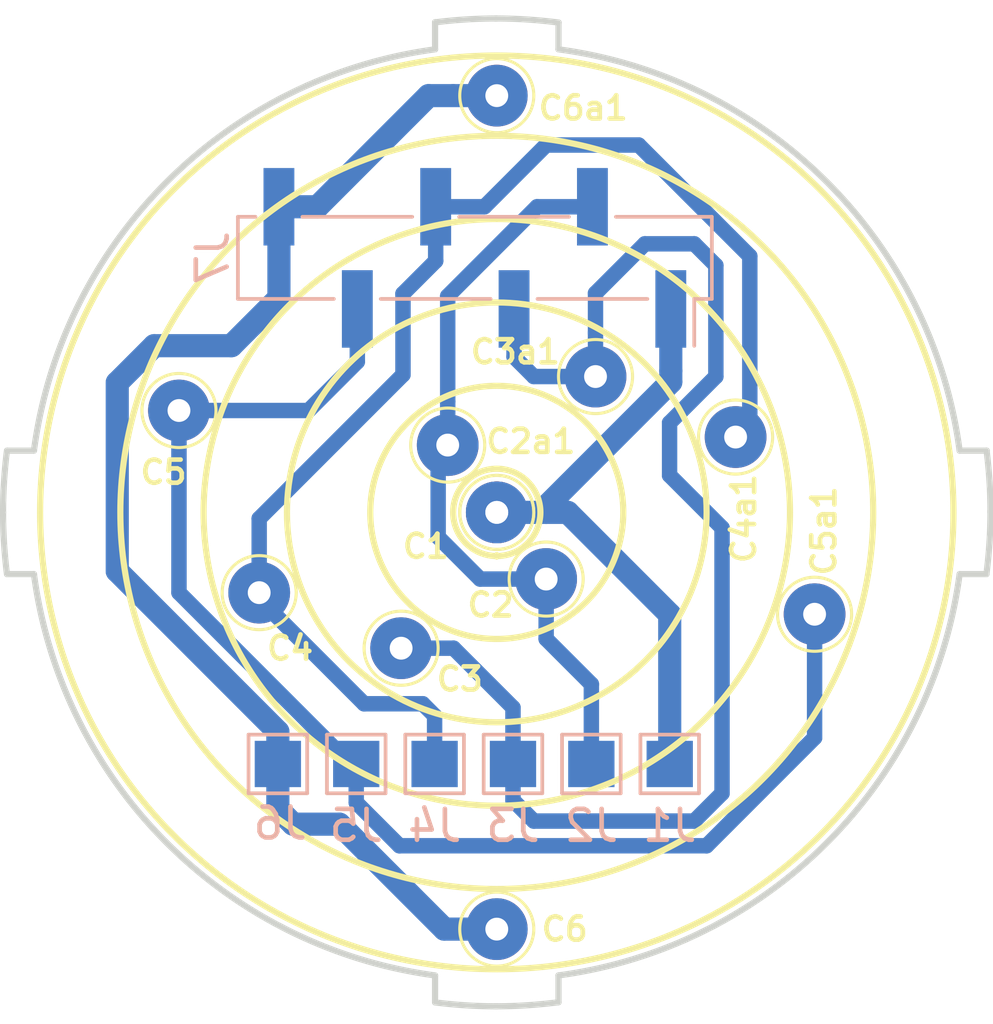
<source format=kicad_pcb>
(kicad_pcb (version 20171130) (host pcbnew "(5.0.0)")

  (general
    (thickness 1.6)
    (drawings 26)
    (tracks 84)
    (zones 0)
    (modules 19)
    (nets 7)
  )

  (page A4)
  (layers
    (0 F.Cu signal)
    (31 B.Cu signal)
    (32 B.Adhes user)
    (33 F.Adhes user)
    (34 B.Paste user)
    (35 F.Paste user)
    (36 B.SilkS user)
    (37 F.SilkS user)
    (38 B.Mask user)
    (39 F.Mask user)
    (40 Dwgs.User user)
    (41 Cmts.User user)
    (42 Eco1.User user)
    (43 Eco2.User user)
    (44 Edge.Cuts user)
    (45 Margin user)
    (46 B.CrtYd user)
    (47 F.CrtYd user)
    (48 B.Fab user)
    (49 F.Fab user)
  )

  (setup
    (last_trace_width 0.5)
    (user_trace_width 0.5)
    (user_trace_width 0.75)
    (trace_clearance 0.2)
    (zone_clearance 0.508)
    (zone_45_only no)
    (trace_min 0.2)
    (segment_width 0.2)
    (edge_width 0.2)
    (via_size 0.8)
    (via_drill 0.4)
    (via_min_size 0.4)
    (via_min_drill 0.3)
    (uvia_size 0.3)
    (uvia_drill 0.1)
    (uvias_allowed no)
    (uvia_min_size 0.2)
    (uvia_min_drill 0.1)
    (pcb_text_width 0.3)
    (pcb_text_size 1.5 1.5)
    (mod_edge_width 0.15)
    (mod_text_size 1 1)
    (mod_text_width 0.15)
    (pad_size 1.524 1.524)
    (pad_drill 0.762)
    (pad_to_mask_clearance 0.2)
    (aux_axis_origin 0 0)
    (visible_elements 7FFFFFFF)
    (pcbplotparams
      (layerselection 0x010fc_ffffffff)
      (usegerberextensions false)
      (usegerberattributes false)
      (usegerberadvancedattributes false)
      (creategerberjobfile false)
      (excludeedgelayer true)
      (linewidth 0.100000)
      (plotframeref false)
      (viasonmask false)
      (mode 1)
      (useauxorigin false)
      (hpglpennumber 1)
      (hpglpenspeed 20)
      (hpglpendiameter 15.000000)
      (psnegative false)
      (psa4output false)
      (plotreference true)
      (plotvalue true)
      (plotinvisibletext false)
      (padsonsilk false)
      (subtractmaskfromsilk false)
      (outputformat 1)
      (mirror false)
      (drillshape 1)
      (scaleselection 1)
      (outputdirectory ""))
  )

  (net 0 "")
  (net 1 "Net-(C1-Pad1)")
  (net 2 "Net-(C2-Pad1)")
  (net 3 "Net-(C3-Pad1)")
  (net 4 "Net-(C4-Pad1)")
  (net 5 "Net-(C5-Pad1)")
  (net 6 "Net-(C6-Pad1)")

  (net_class Default "This is the default net class."
    (clearance 0.2)
    (trace_width 0.25)
    (via_dia 0.8)
    (via_drill 0.4)
    (uvia_dia 0.3)
    (uvia_drill 0.1)
    (add_net "Net-(C1-Pad1)")
    (add_net "Net-(C2-Pad1)")
    (add_net "Net-(C3-Pad1)")
    (add_net "Net-(C4-Pad1)")
    (add_net "Net-(C5-Pad1)")
    (add_net "Net-(C6-Pad1)")
  )

  (module azure-test:Mill-Max_1.83_D0.74 (layer F.Cu) (tedit 5B9C837A) (tstamp 5B989580)
    (at 120.2 102.7)
    (descr "wire loop with bead as test point, loop diameter 1.8mm, hole diameter 1.0mm")
    (tags "test point wire loop bead")
    (path /5B8D8442)
    (fp_text reference C5 (at -0.5 2) (layer F.SilkS)
      (effects (font (size 0.75 0.75) (thickness 0.15)))
    )
    (fp_text value Conn_01x01 (at 0 -2.25) (layer F.Fab)
      (effects (font (size 1 1) (thickness 0.15)))
    )
    (fp_circle (center 0 0) (end 1.5 0) (layer F.CrtYd) (width 0.05))
    (fp_circle (center 0 0) (end 1.2 0) (layer F.SilkS) (width 0.1))
    (fp_line (start -0.9 -0.2) (end 0.9 -0.2) (layer F.Fab) (width 0.12))
    (fp_line (start 0.9 -0.2) (end 0.9 0.2) (layer F.Fab) (width 0.12))
    (fp_line (start 0.9 0.2) (end -0.9 0.2) (layer F.Fab) (width 0.12))
    (fp_line (start -0.9 0.2) (end -0.9 -0.2) (layer F.Fab) (width 0.12))
    (fp_circle (center 0 0) (end 1.1 0) (layer F.Fab) (width 0.1))
    (fp_text user %R (at 0 2.25) (layer F.Fab)
      (effects (font (size 1 1) (thickness 0.15)))
    )
    (pad 1 thru_hole circle (at 0 0) (size 2 2) (drill 0.74) (layers *.Cu *.Mask)
      (net 5 "Net-(C5-Pad1)"))
    (model ${KISYS3DMOD}/TestPoint.3dshapes/TestPoint_Loop_D1.80mm_Drill1.0mm_Beaded.wrl
      (at (xyz 0 0 0))
      (scale (xyz 1 1 1))
      (rotate (xyz 0 0 0))
    )
  )

  (module azure-test:Mill-Max_1.83_D0.74 (layer F.Cu) (tedit 5B9C85CB) (tstamp 5B98954C)
    (at 130.5 106)
    (descr "wire loop with bead as test point, loop diameter 1.8mm, hole diameter 1.0mm")
    (tags "test point wire loop bead")
    (path /5B8D8348)
    (fp_text reference C1 (at -2.3 1.1) (layer F.SilkS)
      (effects (font (size 0.75 0.75) (thickness 0.15)))
    )
    (fp_text value Conn_01x01 (at 0 -2.25) (layer F.Fab)
      (effects (font (size 1 1) (thickness 0.15)))
    )
    (fp_text user %R (at 0 2.25) (layer F.Fab)
      (effects (font (size 1 1) (thickness 0.15)))
    )
    (fp_circle (center 0 0) (end 1.1 0) (layer F.Fab) (width 0.1))
    (fp_line (start -0.9 0.2) (end -0.9 -0.2) (layer F.Fab) (width 0.12))
    (fp_line (start 0.9 0.2) (end -0.9 0.2) (layer F.Fab) (width 0.12))
    (fp_line (start 0.9 -0.2) (end 0.9 0.2) (layer F.Fab) (width 0.12))
    (fp_line (start -0.9 -0.2) (end 0.9 -0.2) (layer F.Fab) (width 0.12))
    (fp_circle (center 0 0) (end 1.2 0) (layer F.SilkS) (width 0.1))
    (fp_circle (center 0 0) (end 1.5 0) (layer F.CrtYd) (width 0.05))
    (pad 1 thru_hole circle (at 0 0) (size 2 2) (drill 0.74) (layers *.Cu *.Mask)
      (net 1 "Net-(C1-Pad1)"))
    (model ${KISYS3DMOD}/TestPoint.3dshapes/TestPoint_Loop_D1.80mm_Drill1.0mm_Beaded.wrl
      (at (xyz 0 0 0))
      (scale (xyz 1 1 1))
      (rotate (xyz 0 0 0))
    )
  )

  (module azure-test:Mill-Max_1.83_D0.74 (layer F.Cu) (tedit 5B9C86AE) (tstamp 5B98958D)
    (at 130.5 119.5)
    (descr "wire loop with bead as test point, loop diameter 1.8mm, hole diameter 1.0mm")
    (tags "test point wire loop bead")
    (path /5B8D8465)
    (fp_text reference C6 (at 2.2 0) (layer F.SilkS)
      (effects (font (size 0.75 0.75) (thickness 0.15)))
    )
    (fp_text value Conn_01x01 (at 0 -2.25) (layer F.Fab)
      (effects (font (size 1 1) (thickness 0.15)))
    )
    (fp_circle (center 0 0) (end 1.5 0) (layer F.CrtYd) (width 0.05))
    (fp_circle (center 0 0) (end 1.2 0) (layer F.SilkS) (width 0.1))
    (fp_line (start -0.9 -0.2) (end 0.9 -0.2) (layer F.Fab) (width 0.12))
    (fp_line (start 0.9 -0.2) (end 0.9 0.2) (layer F.Fab) (width 0.12))
    (fp_line (start 0.9 0.2) (end -0.9 0.2) (layer F.Fab) (width 0.12))
    (fp_line (start -0.9 0.2) (end -0.9 -0.2) (layer F.Fab) (width 0.12))
    (fp_circle (center 0 0) (end 1.1 0) (layer F.Fab) (width 0.1))
    (fp_text user %R (at 0 2.25) (layer F.Fab)
      (effects (font (size 1 1) (thickness 0.15)))
    )
    (pad 1 thru_hole circle (at 0 0) (size 2 2) (drill 0.74) (layers *.Cu *.Mask)
      (net 6 "Net-(C6-Pad1)"))
    (model ${KISYS3DMOD}/TestPoint.3dshapes/TestPoint_Loop_D1.80mm_Drill1.0mm_Beaded.wrl
      (at (xyz 0 0 0))
      (scale (xyz 1 1 1))
      (rotate (xyz 0 0 0))
    )
  )

  (module azure-test:Mill-Max_1.83_D0.74 (layer F.Cu) (tedit 5B9C85C1) (tstamp 5B989559)
    (at 132.1 108.16)
    (descr "wire loop with bead as test point, loop diameter 1.8mm, hole diameter 1.0mm")
    (tags "test point wire loop bead")
    (path /5B8D83C6)
    (fp_text reference C2 (at -1.8 0.84) (layer F.SilkS)
      (effects (font (size 0.75 0.75) (thickness 0.15)))
    )
    (fp_text value Conn_01x01 (at 0 -2.25) (layer F.Fab)
      (effects (font (size 1 1) (thickness 0.15)))
    )
    (fp_circle (center 0 0) (end 1.5 0) (layer F.CrtYd) (width 0.05))
    (fp_circle (center 0 0) (end 1.2 0) (layer F.SilkS) (width 0.1))
    (fp_line (start -0.9 -0.2) (end 0.9 -0.2) (layer F.Fab) (width 0.12))
    (fp_line (start 0.9 -0.2) (end 0.9 0.2) (layer F.Fab) (width 0.12))
    (fp_line (start 0.9 0.2) (end -0.9 0.2) (layer F.Fab) (width 0.12))
    (fp_line (start -0.9 0.2) (end -0.9 -0.2) (layer F.Fab) (width 0.12))
    (fp_circle (center 0 0) (end 1.1 0) (layer F.Fab) (width 0.1))
    (fp_text user %R (at 0 2.25) (layer F.Fab)
      (effects (font (size 1 1) (thickness 0.15)))
    )
    (pad 1 thru_hole circle (at 0 0) (size 2 2) (drill 0.74) (layers *.Cu *.Mask)
      (net 2 "Net-(C2-Pad1)"))
    (model ${KISYS3DMOD}/TestPoint.3dshapes/TestPoint_Loop_D1.80mm_Drill1.0mm_Beaded.wrl
      (at (xyz 0 0 0))
      (scale (xyz 1 1 1))
      (rotate (xyz 0 0 0))
    )
  )

  (module azure-test:Mill-Max_1.83_D0.74 (layer F.Cu) (tedit 5B9C8389) (tstamp 5B98A87D)
    (at 122.8 108.6)
    (descr "wire loop with bead as test point, loop diameter 1.8mm, hole diameter 1.0mm")
    (tags "test point wire loop bead")
    (path /5B8D841D)
    (fp_text reference C4 (at 1 1.8) (layer F.SilkS)
      (effects (font (size 0.75 0.75) (thickness 0.15)))
    )
    (fp_text value Conn_01x01 (at 0 -2.25) (layer F.Fab)
      (effects (font (size 1 1) (thickness 0.15)))
    )
    (fp_text user %R (at 0 2.25) (layer F.Fab)
      (effects (font (size 1 1) (thickness 0.15)))
    )
    (fp_circle (center 0 0) (end 1.1 0) (layer F.Fab) (width 0.1))
    (fp_line (start -0.9 0.2) (end -0.9 -0.2) (layer F.Fab) (width 0.12))
    (fp_line (start 0.9 0.2) (end -0.9 0.2) (layer F.Fab) (width 0.12))
    (fp_line (start 0.9 -0.2) (end 0.9 0.2) (layer F.Fab) (width 0.12))
    (fp_line (start -0.9 -0.2) (end 0.9 -0.2) (layer F.Fab) (width 0.12))
    (fp_circle (center 0 0) (end 1.2 0) (layer F.SilkS) (width 0.1))
    (fp_circle (center 0 0) (end 1.5 0) (layer F.CrtYd) (width 0.05))
    (pad 1 thru_hole circle (at 0 0) (size 2 2) (drill 0.74) (layers *.Cu *.Mask)
      (net 4 "Net-(C4-Pad1)"))
    (model ${KISYS3DMOD}/TestPoint.3dshapes/TestPoint_Loop_D1.80mm_Drill1.0mm_Beaded.wrl
      (at (xyz 0 0 0))
      (scale (xyz 1 1 1))
      (rotate (xyz 0 0 0))
    )
  )

  (module azure-test:Mill-Max_1.83_D0.74 (layer F.Cu) (tedit 5B9C839B) (tstamp 5B989566)
    (at 127.4 110.4)
    (descr "wire loop with bead as test point, loop diameter 1.8mm, hole diameter 1.0mm")
    (tags "test point wire loop bead")
    (path /5B8D83EE)
    (fp_text reference C3 (at 1.9 1) (layer F.SilkS)
      (effects (font (size 0.75 0.75) (thickness 0.15)))
    )
    (fp_text value Conn_01x01 (at 0 -2.25) (layer F.Fab)
      (effects (font (size 1 1) (thickness 0.15)))
    )
    (fp_circle (center 0 0) (end 1.5 0) (layer F.CrtYd) (width 0.05))
    (fp_circle (center 0 0) (end 1.2 0) (layer F.SilkS) (width 0.1))
    (fp_line (start -0.9 -0.2) (end 0.9 -0.2) (layer F.Fab) (width 0.12))
    (fp_line (start 0.9 -0.2) (end 0.9 0.2) (layer F.Fab) (width 0.12))
    (fp_line (start 0.9 0.2) (end -0.9 0.2) (layer F.Fab) (width 0.12))
    (fp_line (start -0.9 0.2) (end -0.9 -0.2) (layer F.Fab) (width 0.12))
    (fp_circle (center 0 0) (end 1.1 0) (layer F.Fab) (width 0.1))
    (fp_text user %R (at 0 2.25) (layer F.Fab)
      (effects (font (size 1 1) (thickness 0.15)))
    )
    (pad 1 thru_hole circle (at 0 0) (size 2 2) (drill 0.74) (layers *.Cu *.Mask)
      (net 3 "Net-(C3-Pad1)"))
    (model ${KISYS3DMOD}/TestPoint.3dshapes/TestPoint_Loop_D1.80mm_Drill1.0mm_Beaded.wrl
      (at (xyz 0 0 0))
      (scale (xyz 1 1 1))
      (rotate (xyz 0 0 0))
    )
  )

  (module Connector_PinHeader_2.54mm:PinHeader_1x06_P2.54mm_Vertical_SMD_Pin1Left (layer B.Cu) (tedit 59FED5CC) (tstamp 5B989E9B)
    (at 129.79 97.755 90)
    (descr "surface-mounted straight pin header, 1x06, 2.54mm pitch, single row, style 1 (pin 1 left)")
    (tags "Surface mounted pin header SMD 1x06 2.54mm single row style1 pin1 left")
    (path /5B956BE5)
    (attr smd)
    (fp_text reference J7 (at 0 -8.5 -90) (layer B.SilkS)
      (effects (font (size 1 1) (thickness 0.15)) (justify mirror))
    )
    (fp_text value Conn_01x06_Male (at 0 -8.68 90) (layer B.Fab)
      (effects (font (size 1 1) (thickness 0.15)) (justify mirror))
    )
    (fp_text user %R (at 0 0) (layer B.Fab)
      (effects (font (size 1 1) (thickness 0.15)) (justify mirror))
    )
    (fp_line (start 3.45 8.15) (end -3.45 8.15) (layer B.CrtYd) (width 0.05))
    (fp_line (start 3.45 -8.15) (end 3.45 8.15) (layer B.CrtYd) (width 0.05))
    (fp_line (start -3.45 -8.15) (end 3.45 -8.15) (layer B.CrtYd) (width 0.05))
    (fp_line (start -3.45 8.15) (end -3.45 -8.15) (layer B.CrtYd) (width 0.05))
    (fp_line (start -1.33 -4.57) (end -1.33 -7.68) (layer B.SilkS) (width 0.12))
    (fp_line (start -1.33 0.51) (end -1.33 -3.05) (layer B.SilkS) (width 0.12))
    (fp_line (start -1.33 5.59) (end -1.33 2.03) (layer B.SilkS) (width 0.12))
    (fp_line (start 1.33 -2.03) (end 1.33 -5.59) (layer B.SilkS) (width 0.12))
    (fp_line (start 1.33 3.05) (end 1.33 -0.51) (layer B.SilkS) (width 0.12))
    (fp_line (start 1.33 -7.11) (end 1.33 -7.68) (layer B.SilkS) (width 0.12))
    (fp_line (start -1.33 7.68) (end -1.33 7.11) (layer B.SilkS) (width 0.12))
    (fp_line (start -1.33 7.11) (end -2.85 7.11) (layer B.SilkS) (width 0.12))
    (fp_line (start 1.33 7.68) (end 1.33 4.57) (layer B.SilkS) (width 0.12))
    (fp_line (start -1.33 -7.68) (end 1.33 -7.68) (layer B.SilkS) (width 0.12))
    (fp_line (start -1.33 7.68) (end 1.33 7.68) (layer B.SilkS) (width 0.12))
    (fp_line (start 2.54 -6.67) (end 1.27 -6.67) (layer B.Fab) (width 0.1))
    (fp_line (start 2.54 -6.03) (end 2.54 -6.67) (layer B.Fab) (width 0.1))
    (fp_line (start 1.27 -6.03) (end 2.54 -6.03) (layer B.Fab) (width 0.1))
    (fp_line (start 2.54 -1.59) (end 1.27 -1.59) (layer B.Fab) (width 0.1))
    (fp_line (start 2.54 -0.95) (end 2.54 -1.59) (layer B.Fab) (width 0.1))
    (fp_line (start 1.27 -0.95) (end 2.54 -0.95) (layer B.Fab) (width 0.1))
    (fp_line (start 2.54 3.49) (end 1.27 3.49) (layer B.Fab) (width 0.1))
    (fp_line (start 2.54 4.13) (end 2.54 3.49) (layer B.Fab) (width 0.1))
    (fp_line (start 1.27 4.13) (end 2.54 4.13) (layer B.Fab) (width 0.1))
    (fp_line (start -2.54 -4.13) (end -1.27 -4.13) (layer B.Fab) (width 0.1))
    (fp_line (start -2.54 -3.49) (end -2.54 -4.13) (layer B.Fab) (width 0.1))
    (fp_line (start -1.27 -3.49) (end -2.54 -3.49) (layer B.Fab) (width 0.1))
    (fp_line (start -2.54 0.95) (end -1.27 0.95) (layer B.Fab) (width 0.1))
    (fp_line (start -2.54 1.59) (end -2.54 0.95) (layer B.Fab) (width 0.1))
    (fp_line (start -1.27 1.59) (end -2.54 1.59) (layer B.Fab) (width 0.1))
    (fp_line (start -2.54 6.03) (end -1.27 6.03) (layer B.Fab) (width 0.1))
    (fp_line (start -2.54 6.67) (end -2.54 6.03) (layer B.Fab) (width 0.1))
    (fp_line (start -1.27 6.67) (end -2.54 6.67) (layer B.Fab) (width 0.1))
    (fp_line (start 1.27 7.62) (end 1.27 -7.62) (layer B.Fab) (width 0.1))
    (fp_line (start -1.27 6.67) (end -0.32 7.62) (layer B.Fab) (width 0.1))
    (fp_line (start -1.27 -7.62) (end -1.27 6.67) (layer B.Fab) (width 0.1))
    (fp_line (start -0.32 7.62) (end 1.27 7.62) (layer B.Fab) (width 0.1))
    (fp_line (start 1.27 -7.62) (end -1.27 -7.62) (layer B.Fab) (width 0.1))
    (pad 6 smd rect (at 1.655 -6.35 90) (size 2.51 1) (layers B.Cu B.Paste B.Mask)
      (net 6 "Net-(C6-Pad1)"))
    (pad 4 smd rect (at 1.655 -1.27 90) (size 2.51 1) (layers B.Cu B.Paste B.Mask)
      (net 4 "Net-(C4-Pad1)"))
    (pad 2 smd rect (at 1.655 3.81 90) (size 2.51 1) (layers B.Cu B.Paste B.Mask)
      (net 2 "Net-(C2-Pad1)"))
    (pad 5 smd rect (at -1.655 -3.81 90) (size 2.51 1) (layers B.Cu B.Paste B.Mask)
      (net 5 "Net-(C5-Pad1)"))
    (pad 3 smd rect (at -1.655 1.27 90) (size 2.51 1) (layers B.Cu B.Paste B.Mask)
      (net 3 "Net-(C3-Pad1)"))
    (pad 1 smd rect (at -1.655 6.35 90) (size 2.51 1) (layers B.Cu B.Paste B.Mask)
      (net 1 "Net-(C1-Pad1)"))
    (model ${KISYS3DMOD}/Connector_PinHeader_2.54mm.3dshapes/PinHeader_1x06_P2.54mm_Vertical_SMD_Pin1Left.wrl
      (at (xyz 0 0 0))
      (scale (xyz 1 1 1))
      (rotate (xyz 0 0 0))
    )
  )

  (module TestPoint:TestPoint_Pad_1.5x1.5mm (layer B.Cu) (tedit 5A0F774F) (tstamp 5BB4107A)
    (at 136.105 114.15 270)
    (descr "SMD rectangular pad as test Point, square 1.5mm side length")
    (tags "test point SMD pad rectangle square")
    (path /5B8D8498)
    (attr virtual)
    (fp_text reference J1 (at 2 0 180) (layer B.SilkS)
      (effects (font (size 1 1) (thickness 0.15)) (justify mirror))
    )
    (fp_text value Conn_01x01 (at 0 -1.75 270) (layer B.Fab)
      (effects (font (size 1 1) (thickness 0.15)) (justify mirror))
    )
    (fp_line (start 1.25 -1.25) (end -1.25 -1.25) (layer B.CrtYd) (width 0.05))
    (fp_line (start 1.25 -1.25) (end 1.25 1.25) (layer B.CrtYd) (width 0.05))
    (fp_line (start -1.25 1.25) (end -1.25 -1.25) (layer B.CrtYd) (width 0.05))
    (fp_line (start -1.25 1.25) (end 1.25 1.25) (layer B.CrtYd) (width 0.05))
    (fp_line (start -0.95 -0.95) (end -0.95 0.95) (layer B.SilkS) (width 0.12))
    (fp_line (start 0.95 -0.95) (end -0.95 -0.95) (layer B.SilkS) (width 0.12))
    (fp_line (start 0.95 0.95) (end 0.95 -0.95) (layer B.SilkS) (width 0.12))
    (fp_line (start -0.95 0.95) (end 0.95 0.95) (layer B.SilkS) (width 0.12))
    (fp_text user %R (at 0 1.65 270) (layer B.Fab)
      (effects (font (size 1 1) (thickness 0.15)) (justify mirror))
    )
    (pad 1 smd rect (at 0 0 270) (size 1.5 1.5) (layers B.Cu B.Mask)
      (net 1 "Net-(C1-Pad1)"))
  )

  (module TestPoint:TestPoint_Pad_1.5x1.5mm (layer B.Cu) (tedit 5A0F774F) (tstamp 5BB41088)
    (at 133.565 114.15 270)
    (descr "SMD rectangular pad as test Point, square 1.5mm side length")
    (tags "test point SMD pad rectangle square")
    (path /5B8D84B9)
    (attr virtual)
    (fp_text reference J2 (at 2 0 180) (layer B.SilkS)
      (effects (font (size 1 1) (thickness 0.15)) (justify mirror))
    )
    (fp_text value Conn_01x01 (at 0 -1.75 270) (layer B.Fab)
      (effects (font (size 1 1) (thickness 0.15)) (justify mirror))
    )
    (fp_line (start 1.25 -1.25) (end -1.25 -1.25) (layer B.CrtYd) (width 0.05))
    (fp_line (start 1.25 -1.25) (end 1.25 1.25) (layer B.CrtYd) (width 0.05))
    (fp_line (start -1.25 1.25) (end -1.25 -1.25) (layer B.CrtYd) (width 0.05))
    (fp_line (start -1.25 1.25) (end 1.25 1.25) (layer B.CrtYd) (width 0.05))
    (fp_line (start -0.95 -0.95) (end -0.95 0.95) (layer B.SilkS) (width 0.12))
    (fp_line (start 0.95 -0.95) (end -0.95 -0.95) (layer B.SilkS) (width 0.12))
    (fp_line (start 0.95 0.95) (end 0.95 -0.95) (layer B.SilkS) (width 0.12))
    (fp_line (start -0.95 0.95) (end 0.95 0.95) (layer B.SilkS) (width 0.12))
    (fp_text user %R (at 0 1.65 270) (layer B.Fab)
      (effects (font (size 1 1) (thickness 0.15)) (justify mirror))
    )
    (pad 1 smd rect (at 0 0 270) (size 1.5 1.5) (layers B.Cu B.Mask)
      (net 2 "Net-(C2-Pad1)"))
  )

  (module TestPoint:TestPoint_Pad_1.5x1.5mm (layer B.Cu) (tedit 5A0F774F) (tstamp 5BB41096)
    (at 131.025 114.15 270)
    (descr "SMD rectangular pad as test Point, square 1.5mm side length")
    (tags "test point SMD pad rectangle square")
    (path /5B8D84EA)
    (attr virtual)
    (fp_text reference J3 (at 2 0 180) (layer B.SilkS)
      (effects (font (size 1 1) (thickness 0.15)) (justify mirror))
    )
    (fp_text value Conn_01x01 (at 0 -1.75 270) (layer B.Fab)
      (effects (font (size 1 1) (thickness 0.15)) (justify mirror))
    )
    (fp_line (start 1.25 -1.25) (end -1.25 -1.25) (layer B.CrtYd) (width 0.05))
    (fp_line (start 1.25 -1.25) (end 1.25 1.25) (layer B.CrtYd) (width 0.05))
    (fp_line (start -1.25 1.25) (end -1.25 -1.25) (layer B.CrtYd) (width 0.05))
    (fp_line (start -1.25 1.25) (end 1.25 1.25) (layer B.CrtYd) (width 0.05))
    (fp_line (start -0.95 -0.95) (end -0.95 0.95) (layer B.SilkS) (width 0.12))
    (fp_line (start 0.95 -0.95) (end -0.95 -0.95) (layer B.SilkS) (width 0.12))
    (fp_line (start 0.95 0.95) (end 0.95 -0.95) (layer B.SilkS) (width 0.12))
    (fp_line (start -0.95 0.95) (end 0.95 0.95) (layer B.SilkS) (width 0.12))
    (fp_text user %R (at 0 1.65 270) (layer B.Fab)
      (effects (font (size 1 1) (thickness 0.15)) (justify mirror))
    )
    (pad 1 smd rect (at 0 0 270) (size 1.5 1.5) (layers B.Cu B.Mask)
      (net 3 "Net-(C3-Pad1)"))
  )

  (module TestPoint:TestPoint_Pad_1.5x1.5mm (layer B.Cu) (tedit 5A0F774F) (tstamp 5BB410A4)
    (at 128.485 114.15 270)
    (descr "SMD rectangular pad as test Point, square 1.5mm side length")
    (tags "test point SMD pad rectangle square")
    (path /5B8D8511)
    (attr virtual)
    (fp_text reference J4 (at 2 0 180) (layer B.SilkS)
      (effects (font (size 1 1) (thickness 0.15)) (justify mirror))
    )
    (fp_text value Conn_01x01 (at 0 -1.75 270) (layer B.Fab)
      (effects (font (size 1 1) (thickness 0.15)) (justify mirror))
    )
    (fp_line (start 1.25 -1.25) (end -1.25 -1.25) (layer B.CrtYd) (width 0.05))
    (fp_line (start 1.25 -1.25) (end 1.25 1.25) (layer B.CrtYd) (width 0.05))
    (fp_line (start -1.25 1.25) (end -1.25 -1.25) (layer B.CrtYd) (width 0.05))
    (fp_line (start -1.25 1.25) (end 1.25 1.25) (layer B.CrtYd) (width 0.05))
    (fp_line (start -0.95 -0.95) (end -0.95 0.95) (layer B.SilkS) (width 0.12))
    (fp_line (start 0.95 -0.95) (end -0.95 -0.95) (layer B.SilkS) (width 0.12))
    (fp_line (start 0.95 0.95) (end 0.95 -0.95) (layer B.SilkS) (width 0.12))
    (fp_line (start -0.95 0.95) (end 0.95 0.95) (layer B.SilkS) (width 0.12))
    (fp_text user %R (at 0 1.65 270) (layer B.Fab)
      (effects (font (size 1 1) (thickness 0.15)) (justify mirror))
    )
    (pad 1 smd rect (at 0 0 270) (size 1.5 1.5) (layers B.Cu B.Mask)
      (net 4 "Net-(C4-Pad1)"))
  )

  (module TestPoint:TestPoint_Pad_1.5x1.5mm (layer B.Cu) (tedit 5A0F774F) (tstamp 5BB410B2)
    (at 125.945 114.15 270)
    (descr "SMD rectangular pad as test Point, square 1.5mm side length")
    (tags "test point SMD pad rectangle square")
    (path /5B8D8536)
    (attr virtual)
    (fp_text reference J5 (at 2 0 180) (layer B.SilkS)
      (effects (font (size 1 1) (thickness 0.15)) (justify mirror))
    )
    (fp_text value Conn_01x01 (at 0 -1.75 270) (layer B.Fab)
      (effects (font (size 1 1) (thickness 0.15)) (justify mirror))
    )
    (fp_line (start 1.25 -1.25) (end -1.25 -1.25) (layer B.CrtYd) (width 0.05))
    (fp_line (start 1.25 -1.25) (end 1.25 1.25) (layer B.CrtYd) (width 0.05))
    (fp_line (start -1.25 1.25) (end -1.25 -1.25) (layer B.CrtYd) (width 0.05))
    (fp_line (start -1.25 1.25) (end 1.25 1.25) (layer B.CrtYd) (width 0.05))
    (fp_line (start -0.95 -0.95) (end -0.95 0.95) (layer B.SilkS) (width 0.12))
    (fp_line (start 0.95 -0.95) (end -0.95 -0.95) (layer B.SilkS) (width 0.12))
    (fp_line (start 0.95 0.95) (end 0.95 -0.95) (layer B.SilkS) (width 0.12))
    (fp_line (start -0.95 0.95) (end 0.95 0.95) (layer B.SilkS) (width 0.12))
    (fp_text user %R (at 0 1.65 270) (layer B.Fab)
      (effects (font (size 1 1) (thickness 0.15)) (justify mirror))
    )
    (pad 1 smd rect (at 0 0 270) (size 1.5 1.5) (layers B.Cu B.Mask)
      (net 5 "Net-(C5-Pad1)"))
  )

  (module TestPoint:TestPoint_Pad_1.5x1.5mm (layer B.Cu) (tedit 5A0F774F) (tstamp 5BB4212E)
    (at 123.405 114.15 270)
    (descr "SMD rectangular pad as test Point, square 1.5mm side length")
    (tags "test point SMD pad rectangle square")
    (path /5B8D855D)
    (attr virtual)
    (fp_text reference J6 (at 1.924999 -0.074999 180) (layer B.SilkS)
      (effects (font (size 1 1) (thickness 0.15)) (justify mirror))
    )
    (fp_text value Conn_01x01 (at 0 -1.75 270) (layer B.Fab)
      (effects (font (size 1 1) (thickness 0.15)) (justify mirror))
    )
    (fp_line (start 1.25 -1.25) (end -1.25 -1.25) (layer B.CrtYd) (width 0.05))
    (fp_line (start 1.25 -1.25) (end 1.25 1.25) (layer B.CrtYd) (width 0.05))
    (fp_line (start -1.25 1.25) (end -1.25 -1.25) (layer B.CrtYd) (width 0.05))
    (fp_line (start -1.25 1.25) (end 1.25 1.25) (layer B.CrtYd) (width 0.05))
    (fp_line (start -0.95 -0.95) (end -0.95 0.95) (layer B.SilkS) (width 0.12))
    (fp_line (start 0.95 -0.95) (end -0.95 -0.95) (layer B.SilkS) (width 0.12))
    (fp_line (start 0.95 0.95) (end 0.95 -0.95) (layer B.SilkS) (width 0.12))
    (fp_line (start -0.95 0.95) (end 0.95 0.95) (layer B.SilkS) (width 0.12))
    (fp_text user %R (at 0 1.65 270) (layer B.Fab)
      (effects (font (size 1 1) (thickness 0.15)) (justify mirror))
    )
    (pad 1 smd rect (at 0 0 270) (size 1.5 1.5) (layers B.Cu B.Mask)
      (net 6 "Net-(C6-Pad1)"))
  )

  (module azure-test:Mill-Max_1.83_D0.74 (layer F.Cu) (tedit 5B9C859D) (tstamp 5B9892E7)
    (at 130.5 106)
    (descr "wire loop with bead as test point, loop diameter 1.8mm, hole diameter 1.0mm")
    (tags "test point wire loop bead")
    (path /5B9892B5)
    (fp_text reference . (at 0 1) (layer F.SilkS)
      (effects (font (size 1 1) (thickness 0.15)))
    )
    (fp_text value Conn_01x01 (at 0 -2.25) (layer F.Fab)
      (effects (font (size 1 1) (thickness 0.15)))
    )
    (fp_text user %R (at 0 2.25) (layer F.Fab)
      (effects (font (size 1 1) (thickness 0.15)))
    )
    (fp_circle (center 0 0) (end 1.1 0) (layer F.Fab) (width 0.1))
    (fp_line (start -0.9 0.2) (end -0.9 -0.2) (layer F.Fab) (width 0.12))
    (fp_line (start 0.9 0.2) (end -0.9 0.2) (layer F.Fab) (width 0.12))
    (fp_line (start 0.9 -0.2) (end 0.9 0.2) (layer F.Fab) (width 0.12))
    (fp_line (start -0.9 -0.2) (end 0.9 -0.2) (layer F.Fab) (width 0.12))
    (fp_circle (center 0 0) (end 1.2 0) (layer F.SilkS) (width 0.1))
    (fp_circle (center 0 0) (end 1.5 0) (layer F.CrtYd) (width 0.05))
    (pad 1 thru_hole circle (at 0 0) (size 2 2) (drill 0.74) (layers *.Cu *.Mask)
      (net 1 "Net-(C1-Pad1)"))
    (model ${KISYS3DMOD}/TestPoint.3dshapes/TestPoint_Loop_D1.80mm_Drill1.0mm_Beaded.wrl
      (at (xyz 0 0 0))
      (scale (xyz 1 1 1))
      (rotate (xyz 0 0 0))
    )
  )

  (module azure-test:Mill-Max_1.83_D0.74 (layer F.Cu) (tedit 5B9C8580) (tstamp 5B989A39)
    (at 128.91 103.82)
    (descr "wire loop with bead as test point, loop diameter 1.8mm, hole diameter 1.0mm")
    (tags "test point wire loop bead")
    (path /5B98935D)
    (fp_text reference C2a1 (at 2.69 -0.12 180) (layer F.SilkS)
      (effects (font (size 0.75 0.75) (thickness 0.15)))
    )
    (fp_text value Conn_01x01 (at 0 -2.25) (layer F.Fab)
      (effects (font (size 1 1) (thickness 0.15)))
    )
    (fp_circle (center 0 0) (end 1.5 0) (layer F.CrtYd) (width 0.05))
    (fp_circle (center 0 0) (end 1.2 0) (layer F.SilkS) (width 0.1))
    (fp_line (start -0.9 -0.2) (end 0.9 -0.2) (layer F.Fab) (width 0.12))
    (fp_line (start 0.9 -0.2) (end 0.9 0.2) (layer F.Fab) (width 0.12))
    (fp_line (start 0.9 0.2) (end -0.9 0.2) (layer F.Fab) (width 0.12))
    (fp_line (start -0.9 0.2) (end -0.9 -0.2) (layer F.Fab) (width 0.12))
    (fp_circle (center 0 0) (end 1.1 0) (layer F.Fab) (width 0.1))
    (fp_text user %R (at 0 2.25) (layer F.Fab)
      (effects (font (size 1 1) (thickness 0.15)))
    )
    (pad 1 thru_hole circle (at 0 0) (size 2 2) (drill 0.74) (layers *.Cu *.Mask)
      (net 2 "Net-(C2-Pad1)"))
    (model ${KISYS3DMOD}/TestPoint.3dshapes/TestPoint_Loop_D1.80mm_Drill1.0mm_Beaded.wrl
      (at (xyz 0 0 0))
      (scale (xyz 1 1 1))
      (rotate (xyz 0 0 0))
    )
  )

  (module azure-test:Mill-Max_1.83_D0.74 (layer F.Cu) (tedit 5B9C867E) (tstamp 5B989301)
    (at 133.7 101.6)
    (descr "wire loop with bead as test point, loop diameter 1.8mm, hole diameter 1.0mm")
    (tags "test point wire loop bead")
    (path /5B98946B)
    (fp_text reference C3a1 (at -2.6 -0.8) (layer F.SilkS)
      (effects (font (size 0.75 0.75) (thickness 0.15)))
    )
    (fp_text value Conn_01x01 (at 0 -2.25) (layer F.Fab)
      (effects (font (size 1 1) (thickness 0.15)))
    )
    (fp_text user %R (at 0 2.25) (layer F.Fab)
      (effects (font (size 1 1) (thickness 0.15)))
    )
    (fp_circle (center 0 0) (end 1.1 0) (layer F.Fab) (width 0.1))
    (fp_line (start -0.9 0.2) (end -0.9 -0.2) (layer F.Fab) (width 0.12))
    (fp_line (start 0.9 0.2) (end -0.9 0.2) (layer F.Fab) (width 0.12))
    (fp_line (start 0.9 -0.2) (end 0.9 0.2) (layer F.Fab) (width 0.12))
    (fp_line (start -0.9 -0.2) (end 0.9 -0.2) (layer F.Fab) (width 0.12))
    (fp_circle (center 0 0) (end 1.2 0) (layer F.SilkS) (width 0.1))
    (fp_circle (center 0 0) (end 1.5 0) (layer F.CrtYd) (width 0.05))
    (pad 1 thru_hole circle (at 0 0) (size 2 2) (drill 0.74) (layers *.Cu *.Mask)
      (net 3 "Net-(C3-Pad1)"))
    (model ${KISYS3DMOD}/TestPoint.3dshapes/TestPoint_Loop_D1.80mm_Drill1.0mm_Beaded.wrl
      (at (xyz 0 0 0))
      (scale (xyz 1 1 1))
      (rotate (xyz 0 0 0))
    )
  )

  (module azure-test:Mill-Max_1.83_D0.74 (layer F.Cu) (tedit 5B9C868B) (tstamp 5B98A0E0)
    (at 138.24 103.56)
    (descr "wire loop with bead as test point, loop diameter 1.8mm, hole diameter 1.0mm")
    (tags "test point wire loop bead")
    (path /5B9894B1)
    (fp_text reference C4a1 (at 0.26 2.64 270) (layer F.SilkS)
      (effects (font (size 0.75 0.75) (thickness 0.15)))
    )
    (fp_text value Conn_01x01 (at 0 -2.25) (layer F.Fab)
      (effects (font (size 1 1) (thickness 0.15)))
    )
    (fp_circle (center 0 0) (end 1.5 0) (layer F.CrtYd) (width 0.05))
    (fp_circle (center 0 0) (end 1.2 0) (layer F.SilkS) (width 0.1))
    (fp_line (start -0.9 -0.2) (end 0.9 -0.2) (layer F.Fab) (width 0.12))
    (fp_line (start 0.9 -0.2) (end 0.9 0.2) (layer F.Fab) (width 0.12))
    (fp_line (start 0.9 0.2) (end -0.9 0.2) (layer F.Fab) (width 0.12))
    (fp_line (start -0.9 0.2) (end -0.9 -0.2) (layer F.Fab) (width 0.12))
    (fp_circle (center 0 0) (end 1.1 0) (layer F.Fab) (width 0.1))
    (fp_text user %R (at 0 2.25) (layer F.Fab)
      (effects (font (size 1 1) (thickness 0.15)))
    )
    (pad 1 thru_hole circle (at 0 0) (size 2 2) (drill 0.74) (layers *.Cu *.Mask)
      (net 4 "Net-(C4-Pad1)"))
    (model ${KISYS3DMOD}/TestPoint.3dshapes/TestPoint_Loop_D1.80mm_Drill1.0mm_Beaded.wrl
      (at (xyz 0 0 0))
      (scale (xyz 1 1 1))
      (rotate (xyz 0 0 0))
    )
  )

  (module azure-test:Mill-Max_1.83_D0.74 (layer F.Cu) (tedit 5B9C869B) (tstamp 5B98931B)
    (at 140.8 109.3)
    (descr "wire loop with bead as test point, loop diameter 1.8mm, hole diameter 1.0mm")
    (tags "test point wire loop bead")
    (path /5B9894F9)
    (fp_text reference C5a1 (at 0.3 -2.7 90) (layer F.SilkS)
      (effects (font (size 0.75 0.75) (thickness 0.15)))
    )
    (fp_text value Conn_01x01 (at 0 -2.25) (layer F.Fab)
      (effects (font (size 1 1) (thickness 0.15)))
    )
    (fp_text user %R (at 0 2.25) (layer F.Fab)
      (effects (font (size 1 1) (thickness 0.15)))
    )
    (fp_circle (center 0 0) (end 1.1 0) (layer F.Fab) (width 0.1))
    (fp_line (start -0.9 0.2) (end -0.9 -0.2) (layer F.Fab) (width 0.12))
    (fp_line (start 0.9 0.2) (end -0.9 0.2) (layer F.Fab) (width 0.12))
    (fp_line (start 0.9 -0.2) (end 0.9 0.2) (layer F.Fab) (width 0.12))
    (fp_line (start -0.9 -0.2) (end 0.9 -0.2) (layer F.Fab) (width 0.12))
    (fp_circle (center 0 0) (end 1.2 0) (layer F.SilkS) (width 0.1))
    (fp_circle (center 0 0) (end 1.5 0) (layer F.CrtYd) (width 0.05))
    (pad 1 thru_hole circle (at 0 0) (size 2 2) (drill 0.74) (layers *.Cu *.Mask)
      (net 5 "Net-(C5-Pad1)"))
    (model ${KISYS3DMOD}/TestPoint.3dshapes/TestPoint_Loop_D1.80mm_Drill1.0mm_Beaded.wrl
      (at (xyz 0 0 0))
      (scale (xyz 1 1 1))
      (rotate (xyz 0 0 0))
    )
  )

  (module azure-test:Mill-Max_1.83_D0.74 (layer F.Cu) (tedit 5B9C836F) (tstamp 5B989328)
    (at 130.5 92.5)
    (descr "wire loop with bead as test point, loop diameter 1.8mm, hole diameter 1.0mm")
    (tags "test point wire loop bead")
    (path /5B98953F)
    (fp_text reference C6a1 (at 2.8 0.4) (layer F.SilkS)
      (effects (font (size 0.75 0.75) (thickness 0.15)))
    )
    (fp_text value Conn_01x01 (at 0 -2.25) (layer F.Fab)
      (effects (font (size 1 1) (thickness 0.15)))
    )
    (fp_circle (center 0 0) (end 1.5 0) (layer F.CrtYd) (width 0.05))
    (fp_circle (center 0 0) (end 1.2 0) (layer F.SilkS) (width 0.1))
    (fp_line (start -0.9 -0.2) (end 0.9 -0.2) (layer F.Fab) (width 0.12))
    (fp_line (start 0.9 -0.2) (end 0.9 0.2) (layer F.Fab) (width 0.12))
    (fp_line (start 0.9 0.2) (end -0.9 0.2) (layer F.Fab) (width 0.12))
    (fp_line (start -0.9 0.2) (end -0.9 -0.2) (layer F.Fab) (width 0.12))
    (fp_circle (center 0 0) (end 1.1 0) (layer F.Fab) (width 0.1))
    (fp_text user %R (at 0 2.25) (layer F.Fab)
      (effects (font (size 1 1) (thickness 0.15)))
    )
    (pad 1 thru_hole circle (at 0 0) (size 2 2) (drill 0.74) (layers *.Cu *.Mask)
      (net 6 "Net-(C6-Pad1)"))
    (model ${KISYS3DMOD}/TestPoint.3dshapes/TestPoint_Loop_D1.80mm_Drill1.0mm_Beaded.wrl
      (at (xyz 0 0 0))
      (scale (xyz 1 1 1))
      (rotate (xyz 0 0 0))
    )
  )

  (gr_circle (center 130.5 106) (end 145.3 105.9) (layer F.SilkS) (width 0.2))
  (gr_circle (center 130.5 106) (end 142.7 106) (layer F.SilkS) (width 0.2))
  (gr_circle (center 130.5 106) (end 140 106.2) (layer F.SilkS) (width 0.2))
  (gr_circle (center 130.5 106) (end 137.3 106) (layer F.SilkS) (width 0.2))
  (gr_circle (center 130.5 106) (end 134.6 106) (layer F.SilkS) (width 0.2))
  (gr_circle (center 130.5 106) (end 131.9 106.2) (layer F.SilkS) (width 0.2) (tstamp 5B9C865C))
  (gr_arc (start 130.5 106) (end 132.499999 120.999999) (angle -74.81071326) (layer Edge.Cuts) (width 0.2) (tstamp 5B94B110))
  (gr_arc (start 130.5 106) (end 115.500001 107.999999) (angle -74.81071326) (layer Edge.Cuts) (width 0.2) (tstamp 5B94B113))
  (gr_arc (start 130.5 106) (end 128.500001 91.000001) (angle -74.81071326) (layer Edge.Cuts) (width 0.2) (tstamp 5B94B10D))
  (gr_arc (start 130.5 106) (end 145.499999 104.000001) (angle -74.81071326) (layer Edge.Cuts) (width 0.2) (tstamp 5B94B10A))
  (gr_arc (start 130.5 105.952459) (end 146.5 105.952459) (angle 7.351663208) (layer Edge.Cuts) (width 0.2) (tstamp 5B94B1DC))
  (gr_arc (start 130.5 106) (end 114.5 106) (angle 7.182773574) (layer Edge.Cuts) (width 0.2) (tstamp 5B94B1CD))
  (gr_arc (start 130.5 106) (end 130.5 122) (angle 7.178298149) (layer Edge.Cuts) (width 0.2) (tstamp 5B94B1D0))
  (gr_arc (start 130.452459 106) (end 130.452459 90) (angle 7.37003809) (layer Edge.Cuts) (width 0.2) (tstamp 5B94B1D6))
  (gr_arc (start 130.452459 106) (end 130.452459 122) (angle -7.356248823) (layer Edge.Cuts) (width 0.2) (tstamp 5B94B1DF))
  (gr_arc (start 130.5 106) (end 130.5 90) (angle -7.182773574) (layer Edge.Cuts) (width 0.2) (tstamp 5B94B1E2))
  (gr_arc (start 130.5 106) (end 146.5 106) (angle -7.182773574) (layer Edge.Cuts) (width 0.2) (tstamp 5B94B1D3))
  (gr_arc (start 130.5 106) (end 114.5 106) (angle -7.182773574) (layer Edge.Cuts) (width 0.2) (tstamp 5B94B1D9))
  (gr_line (start 132.5 121.87) (end 132.5 121) (layer Edge.Cuts) (width 0.2) (tstamp 5B94B13D))
  (gr_line (start 128.5 121) (end 128.5 121.87) (layer Edge.Cuts) (width 0.2) (tstamp 5B94B478))
  (gr_line (start 146.37 108) (end 145.5 108) (layer Edge.Cuts) (width 0.2) (tstamp 5B94B146))
  (gr_line (start 145.5 104) (end 146.38 104) (layer Edge.Cuts) (width 0.2) (tstamp 5B94B143))
  (gr_line (start 132.5 90.13) (end 132.5 91) (layer Edge.Cuts) (width 0.2) (tstamp 5B94B140))
  (gr_line (start 128.5 91) (end 128.5 90.12) (layer Edge.Cuts) (width 0.2) (tstamp 5B94B14C))
  (gr_line (start 115.5 104) (end 114.63 104) (layer Edge.Cuts) (width 0.2) (tstamp 5B94B14F))
  (gr_line (start 114.63 108) (end 115.5 108) (layer Edge.Cuts) (width 0.2) (tstamp 5B94B152))

  (segment (start 130.5 106) (end 131.914213 106) (width 0.75) (layer B.Cu) (net 1))
  (segment (start 136.14 101.415) (end 136.14 99.41) (width 0.75) (layer B.Cu) (net 1))
  (segment (start 131.914213 106) (end 136.14 101.774213) (width 0.75) (layer B.Cu) (net 1))
  (segment (start 136.14 101.774213) (end 136.14 101.415) (width 0.75) (layer B.Cu) (net 1))
  (segment (start 132.1 106) (end 131.914213 106) (width 0.75) (layer B.Cu) (net 1))
  (segment (start 132.8 106) (end 132.1 106) (width 0.75) (layer B.Cu) (net 1))
  (segment (start 136.105 114.15) (end 136.105 109.305) (width 0.75) (layer B.Cu) (net 1))
  (segment (start 136.105 109.305) (end 132.8 106) (width 0.75) (layer B.Cu) (net 1))
  (segment (start 128.91 102.405787) (end 128.91 103.82) (width 0.5) (layer B.Cu) (net 2))
  (segment (start 128.91 98.994998) (end 128.91 102.405787) (width 0.5) (layer B.Cu) (net 2))
  (segment (start 131.804998 96.1) (end 128.91 98.994998) (width 0.5) (layer B.Cu) (net 2))
  (segment (start 133.6 96.1) (end 131.804998 96.1) (width 0.5) (layer B.Cu) (net 2))
  (segment (start 132.1 110.1) (end 132.1 108.16) (width 0.5) (layer B.Cu) (net 2))
  (segment (start 133.565 114.15) (end 133.565 111.565) (width 0.5) (layer B.Cu) (net 2))
  (segment (start 133.565 111.565) (end 132.1 110.1) (width 0.5) (layer B.Cu) (net 2))
  (segment (start 128.91 104.19) (end 128.91 103.82) (width 0.5) (layer B.Cu) (net 2))
  (segment (start 128.6 104.5) (end 128.91 104.19) (width 0.5) (layer B.Cu) (net 2))
  (segment (start 128.6 106.8) (end 128.6 104.5) (width 0.5) (layer B.Cu) (net 2))
  (segment (start 132.1 108.16) (end 129.96 108.16) (width 0.5) (layer B.Cu) (net 2))
  (segment (start 129.96 108.16) (end 128.6 106.8) (width 0.5) (layer B.Cu) (net 2))
  (segment (start 133.155 102.04) (end 133.35 102.235) (width 0.5) (layer B.Cu) (net 3))
  (segment (start 131.7 101.6) (end 133.7 101.6) (width 0.5) (layer B.Cu) (net 3))
  (segment (start 131.06 99.41) (end 131.06 100.96) (width 0.5) (layer B.Cu) (net 3))
  (segment (start 131.06 100.96) (end 131.7 101.6) (width 0.5) (layer B.Cu) (net 3))
  (segment (start 133.7 100.185787) (end 133.7 101.6) (width 0.5) (layer B.Cu) (net 3))
  (segment (start 133.7 98.9) (end 133.7 100.185787) (width 0.5) (layer B.Cu) (net 3))
  (segment (start 135.3 97.3) (end 133.7 98.9) (width 0.5) (layer B.Cu) (net 3))
  (segment (start 137.6 98) (end 136.9 97.3) (width 0.5) (layer B.Cu) (net 3))
  (segment (start 136.1 103.1) (end 137.6 101.6) (width 0.5) (layer B.Cu) (net 3))
  (segment (start 136.1 104.8) (end 136.1 103.1) (width 0.5) (layer B.Cu) (net 3))
  (segment (start 131.025 115.325) (end 131.7 116) (width 0.5) (layer B.Cu) (net 3))
  (segment (start 136.9 97.3) (end 135.3 97.3) (width 0.5) (layer B.Cu) (net 3))
  (segment (start 137.6 101.6) (end 137.6 98) (width 0.5) (layer B.Cu) (net 3))
  (segment (start 131.025 114.15) (end 131.025 115.325) (width 0.5) (layer B.Cu) (net 3))
  (segment (start 136.9 116) (end 137.8 115.1) (width 0.5) (layer B.Cu) (net 3))
  (segment (start 131.7 116) (end 136.9 116) (width 0.5) (layer B.Cu) (net 3))
  (segment (start 137.8 115.1) (end 137.8 106.5) (width 0.5) (layer B.Cu) (net 3))
  (segment (start 137.8 106.5) (end 136.1 104.8) (width 0.5) (layer B.Cu) (net 3))
  (segment (start 129.1 110.4) (end 127.4 110.4) (width 0.5) (layer B.Cu) (net 3))
  (segment (start 131.025 114.15) (end 131.025 112.325) (width 0.5) (layer B.Cu) (net 3))
  (segment (start 131.025 112.325) (end 129.1 110.4) (width 0.5) (layer B.Cu) (net 3))
  (segment (start 128.485 112.585) (end 128.485 114.15) (width 0.5) (layer B.Cu) (net 4))
  (segment (start 128.1 112.2) (end 128.485 112.585) (width 0.5) (layer B.Cu) (net 4))
  (segment (start 126.2 112.2) (end 128.1 112.2) (width 0.5) (layer B.Cu) (net 4))
  (segment (start 122.8 108.6) (end 122.8 108.8) (width 0.5) (layer B.Cu) (net 4))
  (segment (start 122.8 108.8) (end 126.2 112.2) (width 0.5) (layer B.Cu) (net 4))
  (segment (start 122.8 106.2) (end 122.8 108.6) (width 0.5) (layer B.Cu) (net 4))
  (segment (start 127.459999 101.540001) (end 122.8 106.2) (width 0.5) (layer B.Cu) (net 4))
  (segment (start 127.459999 98.915001) (end 127.459999 101.540001) (width 0.5) (layer B.Cu) (net 4))
  (segment (start 128.52 96.1) (end 128.52 97.855) (width 0.5) (layer B.Cu) (net 4))
  (segment (start 128.52 97.855) (end 127.459999 98.915001) (width 0.5) (layer B.Cu) (net 4))
  (segment (start 130.1 96.1) (end 128.52 96.1) (width 0.5) (layer B.Cu) (net 4))
  (segment (start 132.1 94.1) (end 130.1 96.1) (width 0.5) (layer B.Cu) (net 4))
  (segment (start 135.1 94.1) (end 132.1 94.1) (width 0.5) (layer B.Cu) (net 4))
  (segment (start 138.7 97.7) (end 135.1 94.1) (width 0.5) (layer B.Cu) (net 4))
  (segment (start 138.24 103.56) (end 138.7 103.1) (width 0.5) (layer B.Cu) (net 4))
  (segment (start 138.7 103.1) (end 138.7 97.7) (width 0.5) (layer B.Cu) (net 4))
  (segment (start 120.2 108.6) (end 125.75 114.15) (width 0.5) (layer B.Cu) (net 5))
  (segment (start 120.2 102.7) (end 120.2 108.6) (width 0.5) (layer B.Cu) (net 5))
  (segment (start 125.75 114.15) (end 125.945 114.15) (width 0.5) (layer B.Cu) (net 5))
  (segment (start 124.4 102.7) (end 120.2 102.7) (width 0.5) (layer B.Cu) (net 5))
  (segment (start 125.98 99.41) (end 125.98 101.12) (width 0.5) (layer B.Cu) (net 5))
  (segment (start 125.98 101.12) (end 124.4 102.7) (width 0.5) (layer B.Cu) (net 5))
  (segment (start 140.8 113.3) (end 140.8 109.3) (width 0.5) (layer B.Cu) (net 5))
  (segment (start 137.3 116.8) (end 140.8 113.3) (width 0.5) (layer B.Cu) (net 5))
  (segment (start 127.345 116.8) (end 137.3 116.8) (width 0.5) (layer B.Cu) (net 5))
  (segment (start 125.945 114.15) (end 125.945 115.4) (width 0.5) (layer B.Cu) (net 5))
  (segment (start 125.945 115.4) (end 127.345 116.8) (width 0.5) (layer B.Cu) (net 5))
  (segment (start 129.085787 92.5) (end 130.5 92.5) (width 0.75) (layer B.Cu) (net 6))
  (segment (start 128.29 92.5) (end 129.085787 92.5) (width 0.75) (layer B.Cu) (net 6))
  (segment (start 124.69 96.1) (end 128.29 92.5) (width 0.75) (layer B.Cu) (net 6))
  (segment (start 123.44 96.1) (end 124.69 96.1) (width 0.75) (layer B.Cu) (net 6))
  (segment (start 123.405 115.605) (end 123.405 114.15) (width 0.75) (layer B.Cu) (net 6))
  (segment (start 123.9 116.1) (end 123.405 115.605) (width 0.75) (layer B.Cu) (net 6))
  (segment (start 125.4 116.1) (end 123.9 116.1) (width 0.75) (layer B.Cu) (net 6))
  (segment (start 130.5 119.5) (end 128.8 119.5) (width 0.75) (layer B.Cu) (net 6))
  (segment (start 128.8 119.5) (end 125.4 116.1) (width 0.75) (layer B.Cu) (net 6))
  (segment (start 123.44 99.06) (end 123.44 96.1) (width 0.75) (layer B.Cu) (net 6))
  (segment (start 123.405 113.105) (end 118.2 107.9) (width 0.75) (layer B.Cu) (net 6))
  (segment (start 123.405 114.15) (end 123.405 113.105) (width 0.75) (layer B.Cu) (net 6))
  (segment (start 118.2 107.9) (end 118.2 101.8) (width 0.75) (layer B.Cu) (net 6))
  (segment (start 118.2 101.8) (end 119.4 100.6) (width 0.75) (layer B.Cu) (net 6))
  (segment (start 119.4 100.6) (end 121.9 100.6) (width 0.75) (layer B.Cu) (net 6))
  (segment (start 121.9 100.6) (end 123.44 99.06) (width 0.75) (layer B.Cu) (net 6))

)

</source>
